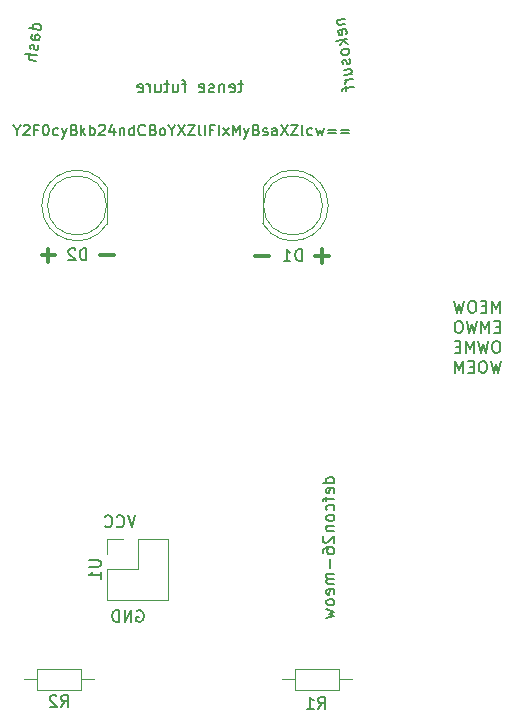
<source format=gbo>
G04 #@! TF.FileFunction,Legend,Bot*
%FSLAX46Y46*%
G04 Gerber Fmt 4.6, Leading zero omitted, Abs format (unit mm)*
G04 Created by KiCad (PCBNEW 4.0.7) date Friday, August 17, 2018 'PMt' 06:17:43 PM*
%MOMM*%
%LPD*%
G01*
G04 APERTURE LIST*
%ADD10C,0.100000*%
%ADD11C,0.200000*%
%ADD12C,0.300000*%
%ADD13C,0.120000*%
%ADD14C,0.150000*%
G04 APERTURE END LIST*
D10*
D11*
X175235952Y-89850381D02*
X175235952Y-88850381D01*
X174902618Y-89564667D01*
X174569285Y-88850381D01*
X174569285Y-89850381D01*
X174093095Y-89326571D02*
X173759761Y-89326571D01*
X173616904Y-89850381D02*
X174093095Y-89850381D01*
X174093095Y-88850381D01*
X173616904Y-88850381D01*
X172997857Y-88850381D02*
X172807380Y-88850381D01*
X172712142Y-88898000D01*
X172616904Y-88993238D01*
X172569285Y-89183714D01*
X172569285Y-89517048D01*
X172616904Y-89707524D01*
X172712142Y-89802762D01*
X172807380Y-89850381D01*
X172997857Y-89850381D01*
X173093095Y-89802762D01*
X173188333Y-89707524D01*
X173235952Y-89517048D01*
X173235952Y-89183714D01*
X173188333Y-88993238D01*
X173093095Y-88898000D01*
X172997857Y-88850381D01*
X172235952Y-88850381D02*
X171997857Y-89850381D01*
X171807380Y-89136095D01*
X171616904Y-89850381D01*
X171378809Y-88850381D01*
X175235952Y-91026571D02*
X174902618Y-91026571D01*
X174759761Y-91550381D02*
X175235952Y-91550381D01*
X175235952Y-90550381D01*
X174759761Y-90550381D01*
X174331190Y-91550381D02*
X174331190Y-90550381D01*
X173997856Y-91264667D01*
X173664523Y-90550381D01*
X173664523Y-91550381D01*
X173283571Y-90550381D02*
X173045476Y-91550381D01*
X172854999Y-90836095D01*
X172664523Y-91550381D01*
X172426428Y-90550381D01*
X171855000Y-90550381D02*
X171664523Y-90550381D01*
X171569285Y-90598000D01*
X171474047Y-90693238D01*
X171426428Y-90883714D01*
X171426428Y-91217048D01*
X171474047Y-91407524D01*
X171569285Y-91502762D01*
X171664523Y-91550381D01*
X171855000Y-91550381D01*
X171950238Y-91502762D01*
X172045476Y-91407524D01*
X172093095Y-91217048D01*
X172093095Y-90883714D01*
X172045476Y-90693238D01*
X171950238Y-90598000D01*
X171855000Y-90550381D01*
X175045476Y-92250381D02*
X174854999Y-92250381D01*
X174759761Y-92298000D01*
X174664523Y-92393238D01*
X174616904Y-92583714D01*
X174616904Y-92917048D01*
X174664523Y-93107524D01*
X174759761Y-93202762D01*
X174854999Y-93250381D01*
X175045476Y-93250381D01*
X175140714Y-93202762D01*
X175235952Y-93107524D01*
X175283571Y-92917048D01*
X175283571Y-92583714D01*
X175235952Y-92393238D01*
X175140714Y-92298000D01*
X175045476Y-92250381D01*
X174283571Y-92250381D02*
X174045476Y-93250381D01*
X173854999Y-92536095D01*
X173664523Y-93250381D01*
X173426428Y-92250381D01*
X173045476Y-93250381D02*
X173045476Y-92250381D01*
X172712142Y-92964667D01*
X172378809Y-92250381D01*
X172378809Y-93250381D01*
X171902619Y-92726571D02*
X171569285Y-92726571D01*
X171426428Y-93250381D02*
X171902619Y-93250381D01*
X171902619Y-92250381D01*
X171426428Y-92250381D01*
X175331190Y-93950381D02*
X175093095Y-94950381D01*
X174902618Y-94236095D01*
X174712142Y-94950381D01*
X174474047Y-93950381D01*
X173902619Y-93950381D02*
X173712142Y-93950381D01*
X173616904Y-93998000D01*
X173521666Y-94093238D01*
X173474047Y-94283714D01*
X173474047Y-94617048D01*
X173521666Y-94807524D01*
X173616904Y-94902762D01*
X173712142Y-94950381D01*
X173902619Y-94950381D01*
X173997857Y-94902762D01*
X174093095Y-94807524D01*
X174140714Y-94617048D01*
X174140714Y-94283714D01*
X174093095Y-94093238D01*
X173997857Y-93998000D01*
X173902619Y-93950381D01*
X173045476Y-94426571D02*
X172712142Y-94426571D01*
X172569285Y-94950381D02*
X173045476Y-94950381D01*
X173045476Y-93950381D01*
X172569285Y-93950381D01*
X172140714Y-94950381D02*
X172140714Y-93950381D01*
X171807380Y-94664667D01*
X171474047Y-93950381D01*
X171474047Y-94950381D01*
X144398833Y-107021381D02*
X144065500Y-108021381D01*
X143732166Y-107021381D01*
X142827404Y-107926143D02*
X142875023Y-107973762D01*
X143017880Y-108021381D01*
X143113118Y-108021381D01*
X143255976Y-107973762D01*
X143351214Y-107878524D01*
X143398833Y-107783286D01*
X143446452Y-107592810D01*
X143446452Y-107449952D01*
X143398833Y-107259476D01*
X143351214Y-107164238D01*
X143255976Y-107069000D01*
X143113118Y-107021381D01*
X143017880Y-107021381D01*
X142875023Y-107069000D01*
X142827404Y-107116619D01*
X141827404Y-107926143D02*
X141875023Y-107973762D01*
X142017880Y-108021381D01*
X142113118Y-108021381D01*
X142255976Y-107973762D01*
X142351214Y-107878524D01*
X142398833Y-107783286D01*
X142446452Y-107592810D01*
X142446452Y-107449952D01*
X142398833Y-107259476D01*
X142351214Y-107164238D01*
X142255976Y-107069000D01*
X142113118Y-107021381D01*
X142017880Y-107021381D01*
X141875023Y-107069000D01*
X141827404Y-107116619D01*
X144525904Y-115070000D02*
X144621142Y-115022381D01*
X144763999Y-115022381D01*
X144906857Y-115070000D01*
X145002095Y-115165238D01*
X145049714Y-115260476D01*
X145097333Y-115450952D01*
X145097333Y-115593810D01*
X145049714Y-115784286D01*
X145002095Y-115879524D01*
X144906857Y-115974762D01*
X144763999Y-116022381D01*
X144668761Y-116022381D01*
X144525904Y-115974762D01*
X144478285Y-115927143D01*
X144478285Y-115593810D01*
X144668761Y-115593810D01*
X144049714Y-116022381D02*
X144049714Y-115022381D01*
X143478285Y-116022381D01*
X143478285Y-115022381D01*
X143002095Y-116022381D02*
X143002095Y-115022381D01*
X142764000Y-115022381D01*
X142621142Y-115070000D01*
X142525904Y-115165238D01*
X142478285Y-115260476D01*
X142430666Y-115450952D01*
X142430666Y-115593810D01*
X142478285Y-115784286D01*
X142525904Y-115879524D01*
X142621142Y-115974762D01*
X142764000Y-116022381D01*
X143002095Y-116022381D01*
D12*
X160781928Y-85070143D02*
X159639071Y-85070143D01*
X160210500Y-85641571D02*
X160210500Y-84498714D01*
X137604428Y-85006643D02*
X136461571Y-85006643D01*
X137033000Y-85578071D02*
X137033000Y-84435214D01*
X155701928Y-85070143D02*
X154559071Y-85070143D01*
X142557428Y-84943143D02*
X141414571Y-84943143D01*
D11*
X134364570Y-74400571D02*
X134364570Y-74829143D01*
X134064570Y-73929143D02*
X134364570Y-74400571D01*
X134664570Y-73929143D01*
X134921714Y-74014857D02*
X134964571Y-73972000D01*
X135050285Y-73929143D01*
X135264571Y-73929143D01*
X135350285Y-73972000D01*
X135393142Y-74014857D01*
X135435999Y-74100571D01*
X135435999Y-74186286D01*
X135393142Y-74314857D01*
X134878856Y-74829143D01*
X135435999Y-74829143D01*
X136121714Y-74357714D02*
X135821714Y-74357714D01*
X135821714Y-74829143D02*
X135821714Y-73929143D01*
X136250285Y-73929143D01*
X136764571Y-73929143D02*
X136850286Y-73929143D01*
X136936000Y-73972000D01*
X136978857Y-74014857D01*
X137021714Y-74100571D01*
X137064571Y-74272000D01*
X137064571Y-74486286D01*
X137021714Y-74657714D01*
X136978857Y-74743429D01*
X136936000Y-74786286D01*
X136850286Y-74829143D01*
X136764571Y-74829143D01*
X136678857Y-74786286D01*
X136636000Y-74743429D01*
X136593143Y-74657714D01*
X136550286Y-74486286D01*
X136550286Y-74272000D01*
X136593143Y-74100571D01*
X136636000Y-74014857D01*
X136678857Y-73972000D01*
X136764571Y-73929143D01*
X137836000Y-74786286D02*
X137750286Y-74829143D01*
X137578857Y-74829143D01*
X137493143Y-74786286D01*
X137450286Y-74743429D01*
X137407429Y-74657714D01*
X137407429Y-74400571D01*
X137450286Y-74314857D01*
X137493143Y-74272000D01*
X137578857Y-74229143D01*
X137750286Y-74229143D01*
X137836000Y-74272000D01*
X138136000Y-74229143D02*
X138350286Y-74829143D01*
X138564572Y-74229143D02*
X138350286Y-74829143D01*
X138264572Y-75043429D01*
X138221715Y-75086286D01*
X138136000Y-75129143D01*
X139207429Y-74357714D02*
X139336000Y-74400571D01*
X139378857Y-74443429D01*
X139421714Y-74529143D01*
X139421714Y-74657714D01*
X139378857Y-74743429D01*
X139336000Y-74786286D01*
X139250286Y-74829143D01*
X138907429Y-74829143D01*
X138907429Y-73929143D01*
X139207429Y-73929143D01*
X139293143Y-73972000D01*
X139336000Y-74014857D01*
X139378857Y-74100571D01*
X139378857Y-74186286D01*
X139336000Y-74272000D01*
X139293143Y-74314857D01*
X139207429Y-74357714D01*
X138907429Y-74357714D01*
X139807429Y-74829143D02*
X139807429Y-73929143D01*
X139893143Y-74486286D02*
X140150286Y-74829143D01*
X140150286Y-74229143D02*
X139807429Y-74572000D01*
X140536000Y-74829143D02*
X140536000Y-73929143D01*
X140536000Y-74272000D02*
X140621714Y-74229143D01*
X140793143Y-74229143D01*
X140878857Y-74272000D01*
X140921714Y-74314857D01*
X140964571Y-74400571D01*
X140964571Y-74657714D01*
X140921714Y-74743429D01*
X140878857Y-74786286D01*
X140793143Y-74829143D01*
X140621714Y-74829143D01*
X140536000Y-74786286D01*
X141307429Y-74014857D02*
X141350286Y-73972000D01*
X141436000Y-73929143D01*
X141650286Y-73929143D01*
X141736000Y-73972000D01*
X141778857Y-74014857D01*
X141821714Y-74100571D01*
X141821714Y-74186286D01*
X141778857Y-74314857D01*
X141264571Y-74829143D01*
X141821714Y-74829143D01*
X142593143Y-74229143D02*
X142593143Y-74829143D01*
X142378857Y-73886286D02*
X142164572Y-74529143D01*
X142721714Y-74529143D01*
X143064572Y-74229143D02*
X143064572Y-74829143D01*
X143064572Y-74314857D02*
X143107429Y-74272000D01*
X143193143Y-74229143D01*
X143321715Y-74229143D01*
X143407429Y-74272000D01*
X143450286Y-74357714D01*
X143450286Y-74829143D01*
X144264572Y-74829143D02*
X144264572Y-73929143D01*
X144264572Y-74786286D02*
X144178858Y-74829143D01*
X144007429Y-74829143D01*
X143921715Y-74786286D01*
X143878858Y-74743429D01*
X143836001Y-74657714D01*
X143836001Y-74400571D01*
X143878858Y-74314857D01*
X143921715Y-74272000D01*
X144007429Y-74229143D01*
X144178858Y-74229143D01*
X144264572Y-74272000D01*
X145207429Y-74743429D02*
X145164572Y-74786286D01*
X145036001Y-74829143D01*
X144950287Y-74829143D01*
X144821715Y-74786286D01*
X144736001Y-74700571D01*
X144693144Y-74614857D01*
X144650287Y-74443429D01*
X144650287Y-74314857D01*
X144693144Y-74143429D01*
X144736001Y-74057714D01*
X144821715Y-73972000D01*
X144950287Y-73929143D01*
X145036001Y-73929143D01*
X145164572Y-73972000D01*
X145207429Y-74014857D01*
X145893144Y-74357714D02*
X146021715Y-74400571D01*
X146064572Y-74443429D01*
X146107429Y-74529143D01*
X146107429Y-74657714D01*
X146064572Y-74743429D01*
X146021715Y-74786286D01*
X145936001Y-74829143D01*
X145593144Y-74829143D01*
X145593144Y-73929143D01*
X145893144Y-73929143D01*
X145978858Y-73972000D01*
X146021715Y-74014857D01*
X146064572Y-74100571D01*
X146064572Y-74186286D01*
X146021715Y-74272000D01*
X145978858Y-74314857D01*
X145893144Y-74357714D01*
X145593144Y-74357714D01*
X146621715Y-74829143D02*
X146536001Y-74786286D01*
X146493144Y-74743429D01*
X146450287Y-74657714D01*
X146450287Y-74400571D01*
X146493144Y-74314857D01*
X146536001Y-74272000D01*
X146621715Y-74229143D01*
X146750287Y-74229143D01*
X146836001Y-74272000D01*
X146878858Y-74314857D01*
X146921715Y-74400571D01*
X146921715Y-74657714D01*
X146878858Y-74743429D01*
X146836001Y-74786286D01*
X146750287Y-74829143D01*
X146621715Y-74829143D01*
X147478858Y-74400571D02*
X147478858Y-74829143D01*
X147178858Y-73929143D02*
X147478858Y-74400571D01*
X147778858Y-73929143D01*
X147993144Y-73929143D02*
X148593144Y-74829143D01*
X148593144Y-73929143D02*
X147993144Y-74829143D01*
X148850287Y-73929143D02*
X149450287Y-73929143D01*
X148850287Y-74829143D01*
X149450287Y-74829143D01*
X149921716Y-74829143D02*
X149836002Y-74786286D01*
X149793145Y-74700571D01*
X149793145Y-73929143D01*
X150264574Y-74829143D02*
X150264574Y-73929143D01*
X150993145Y-74357714D02*
X150693145Y-74357714D01*
X150693145Y-74829143D02*
X150693145Y-73929143D01*
X151121716Y-73929143D01*
X151464574Y-74829143D02*
X151464574Y-73929143D01*
X151807430Y-74829143D02*
X152278859Y-74229143D01*
X151807430Y-74229143D02*
X152278859Y-74829143D01*
X152621716Y-74829143D02*
X152621716Y-73929143D01*
X152921716Y-74572000D01*
X153221716Y-73929143D01*
X153221716Y-74829143D01*
X153564572Y-74229143D02*
X153778858Y-74829143D01*
X153993144Y-74229143D02*
X153778858Y-74829143D01*
X153693144Y-75043429D01*
X153650287Y-75086286D01*
X153564572Y-75129143D01*
X154636001Y-74357714D02*
X154764572Y-74400571D01*
X154807429Y-74443429D01*
X154850286Y-74529143D01*
X154850286Y-74657714D01*
X154807429Y-74743429D01*
X154764572Y-74786286D01*
X154678858Y-74829143D01*
X154336001Y-74829143D01*
X154336001Y-73929143D01*
X154636001Y-73929143D01*
X154721715Y-73972000D01*
X154764572Y-74014857D01*
X154807429Y-74100571D01*
X154807429Y-74186286D01*
X154764572Y-74272000D01*
X154721715Y-74314857D01*
X154636001Y-74357714D01*
X154336001Y-74357714D01*
X155193144Y-74786286D02*
X155278858Y-74829143D01*
X155450286Y-74829143D01*
X155536001Y-74786286D01*
X155578858Y-74700571D01*
X155578858Y-74657714D01*
X155536001Y-74572000D01*
X155450286Y-74529143D01*
X155321715Y-74529143D01*
X155236001Y-74486286D01*
X155193144Y-74400571D01*
X155193144Y-74357714D01*
X155236001Y-74272000D01*
X155321715Y-74229143D01*
X155450286Y-74229143D01*
X155536001Y-74272000D01*
X156350286Y-74829143D02*
X156350286Y-74357714D01*
X156307429Y-74272000D01*
X156221715Y-74229143D01*
X156050286Y-74229143D01*
X155964572Y-74272000D01*
X156350286Y-74786286D02*
X156264572Y-74829143D01*
X156050286Y-74829143D01*
X155964572Y-74786286D01*
X155921715Y-74700571D01*
X155921715Y-74614857D01*
X155964572Y-74529143D01*
X156050286Y-74486286D01*
X156264572Y-74486286D01*
X156350286Y-74443429D01*
X156693143Y-73929143D02*
X157293143Y-74829143D01*
X157293143Y-73929143D02*
X156693143Y-74829143D01*
X157550286Y-73929143D02*
X158150286Y-73929143D01*
X157550286Y-74829143D01*
X158150286Y-74829143D01*
X158621715Y-74829143D02*
X158536001Y-74786286D01*
X158493144Y-74700571D01*
X158493144Y-73929143D01*
X159350287Y-74786286D02*
X159264573Y-74829143D01*
X159093144Y-74829143D01*
X159007430Y-74786286D01*
X158964573Y-74743429D01*
X158921716Y-74657714D01*
X158921716Y-74400571D01*
X158964573Y-74314857D01*
X159007430Y-74272000D01*
X159093144Y-74229143D01*
X159264573Y-74229143D01*
X159350287Y-74272000D01*
X159650287Y-74229143D02*
X159821716Y-74829143D01*
X159993145Y-74400571D01*
X160164573Y-74829143D01*
X160336002Y-74229143D01*
X160678859Y-74357714D02*
X161364573Y-74357714D01*
X161364573Y-74614857D02*
X160678859Y-74614857D01*
X161793145Y-74357714D02*
X162478859Y-74357714D01*
X162478859Y-74614857D02*
X161793145Y-74614857D01*
X153471001Y-70524714D02*
X153090049Y-70524714D01*
X153328144Y-70191381D02*
X153328144Y-71048524D01*
X153280525Y-71143762D01*
X153185287Y-71191381D01*
X153090049Y-71191381D01*
X152375762Y-71143762D02*
X152471000Y-71191381D01*
X152661477Y-71191381D01*
X152756715Y-71143762D01*
X152804334Y-71048524D01*
X152804334Y-70667571D01*
X152756715Y-70572333D01*
X152661477Y-70524714D01*
X152471000Y-70524714D01*
X152375762Y-70572333D01*
X152328143Y-70667571D01*
X152328143Y-70762810D01*
X152804334Y-70858048D01*
X151899572Y-70524714D02*
X151899572Y-71191381D01*
X151899572Y-70619952D02*
X151851953Y-70572333D01*
X151756715Y-70524714D01*
X151613857Y-70524714D01*
X151518619Y-70572333D01*
X151471000Y-70667571D01*
X151471000Y-71191381D01*
X151042429Y-71143762D02*
X150947191Y-71191381D01*
X150756715Y-71191381D01*
X150661476Y-71143762D01*
X150613857Y-71048524D01*
X150613857Y-71000905D01*
X150661476Y-70905667D01*
X150756715Y-70858048D01*
X150899572Y-70858048D01*
X150994810Y-70810429D01*
X151042429Y-70715190D01*
X151042429Y-70667571D01*
X150994810Y-70572333D01*
X150899572Y-70524714D01*
X150756715Y-70524714D01*
X150661476Y-70572333D01*
X149804333Y-71143762D02*
X149899571Y-71191381D01*
X150090048Y-71191381D01*
X150185286Y-71143762D01*
X150232905Y-71048524D01*
X150232905Y-70667571D01*
X150185286Y-70572333D01*
X150090048Y-70524714D01*
X149899571Y-70524714D01*
X149804333Y-70572333D01*
X149756714Y-70667571D01*
X149756714Y-70762810D01*
X150232905Y-70858048D01*
X148709095Y-70524714D02*
X148328143Y-70524714D01*
X148566238Y-71191381D02*
X148566238Y-70334238D01*
X148518619Y-70239000D01*
X148423381Y-70191381D01*
X148328143Y-70191381D01*
X147566237Y-70524714D02*
X147566237Y-71191381D01*
X147994809Y-70524714D02*
X147994809Y-71048524D01*
X147947190Y-71143762D01*
X147851952Y-71191381D01*
X147709094Y-71191381D01*
X147613856Y-71143762D01*
X147566237Y-71096143D01*
X147232904Y-70524714D02*
X146851952Y-70524714D01*
X147090047Y-70191381D02*
X147090047Y-71048524D01*
X147042428Y-71143762D01*
X146947190Y-71191381D01*
X146851952Y-71191381D01*
X146090046Y-70524714D02*
X146090046Y-71191381D01*
X146518618Y-70524714D02*
X146518618Y-71048524D01*
X146470999Y-71143762D01*
X146375761Y-71191381D01*
X146232903Y-71191381D01*
X146137665Y-71143762D01*
X146090046Y-71096143D01*
X145613856Y-71191381D02*
X145613856Y-70524714D01*
X145613856Y-70715190D02*
X145566237Y-70619952D01*
X145518618Y-70572333D01*
X145423380Y-70524714D01*
X145328141Y-70524714D01*
X144613855Y-71143762D02*
X144709093Y-71191381D01*
X144899570Y-71191381D01*
X144994808Y-71143762D01*
X145042427Y-71048524D01*
X145042427Y-70667571D01*
X144994808Y-70572333D01*
X144899570Y-70524714D01*
X144709093Y-70524714D01*
X144613855Y-70572333D01*
X144566236Y-70667571D01*
X144566236Y-70762810D01*
X145042427Y-70858048D01*
X161454184Y-65045846D02*
X162115148Y-64958828D01*
X161548607Y-65033415D02*
X161507611Y-65086842D01*
X161472831Y-65187481D01*
X161491477Y-65329117D01*
X161551120Y-65417324D01*
X161651759Y-65452105D01*
X162171088Y-65383734D01*
X162235756Y-66239760D02*
X162270536Y-66139121D01*
X162245674Y-65950273D01*
X162186031Y-65862066D01*
X162085392Y-65827285D01*
X161707699Y-65877009D01*
X161619491Y-65936652D01*
X161584710Y-66037291D01*
X161609572Y-66226138D01*
X161669215Y-66314346D01*
X161769854Y-66349127D01*
X161864278Y-66336695D01*
X161896546Y-65852147D01*
X162345122Y-66705660D02*
X161353678Y-66836186D01*
X161979861Y-66849808D02*
X162394847Y-67083354D01*
X161733883Y-67170372D02*
X162061853Y-66742953D01*
X162469433Y-67649893D02*
X162409790Y-67561686D01*
X162356363Y-67520690D01*
X162255724Y-67485909D01*
X161972454Y-67523202D01*
X161884246Y-67582845D01*
X161843250Y-67636272D01*
X161808469Y-67736911D01*
X161827116Y-67878547D01*
X161886759Y-67966754D01*
X161940186Y-68007750D01*
X162040825Y-68042531D01*
X162324095Y-68005238D01*
X162412303Y-67945595D01*
X162453299Y-67892168D01*
X162488080Y-67791529D01*
X162469433Y-67649893D01*
X162515454Y-68364284D02*
X162575097Y-68452492D01*
X162599959Y-68641338D01*
X162565179Y-68741978D01*
X162476971Y-68801621D01*
X162429760Y-68807836D01*
X162329121Y-68773056D01*
X162269478Y-68684847D01*
X162250831Y-68543212D01*
X162191189Y-68455004D01*
X162090549Y-68420224D01*
X162043337Y-68426439D01*
X161955130Y-68486082D01*
X161920349Y-68586721D01*
X161938996Y-68728356D01*
X161998638Y-68816564D01*
X162069522Y-69719802D02*
X162730486Y-69632784D01*
X162013582Y-69294896D02*
X162532911Y-69226525D01*
X162633550Y-69261306D01*
X162693192Y-69349513D01*
X162711839Y-69491149D01*
X162677058Y-69591788D01*
X162636062Y-69645215D01*
X162792641Y-70104900D02*
X162131677Y-70191918D01*
X162320524Y-70167056D02*
X162232316Y-70226698D01*
X162191320Y-70280125D01*
X162156539Y-70380764D01*
X162168971Y-70475188D01*
X162193833Y-70664035D02*
X162243557Y-71041728D01*
X162873443Y-70718652D02*
X162023633Y-70830532D01*
X161935425Y-70890174D01*
X161900645Y-70990813D01*
X161913076Y-71085236D01*
X136354468Y-65902179D02*
X135363023Y-65771653D01*
X136307256Y-65895964D02*
X136366899Y-65807756D01*
X136391761Y-65618909D01*
X136356981Y-65518270D01*
X136315985Y-65464843D01*
X136227777Y-65405200D01*
X135944506Y-65367907D01*
X135843868Y-65402688D01*
X135790440Y-65443684D01*
X135730798Y-65531891D01*
X135705936Y-65720739D01*
X135740716Y-65821378D01*
X136236373Y-66799201D02*
X135717044Y-66730830D01*
X135628836Y-66671188D01*
X135594056Y-66570549D01*
X135618918Y-66381701D01*
X135678561Y-66293494D01*
X136189161Y-66792986D02*
X136248804Y-66704778D01*
X136279882Y-66468719D01*
X136245101Y-66368080D01*
X136156893Y-66308437D01*
X136062470Y-66296006D01*
X135961832Y-66330787D01*
X135902189Y-66418995D01*
X135871111Y-66655054D01*
X135811468Y-66743261D01*
X136133222Y-67217890D02*
X136168002Y-67318529D01*
X136143140Y-67507375D01*
X136083497Y-67595584D01*
X135982858Y-67630365D01*
X135935647Y-67624149D01*
X135847439Y-67564506D01*
X135812659Y-67463867D01*
X135831305Y-67322232D01*
X135796525Y-67221593D01*
X135708316Y-67161950D01*
X135661104Y-67155735D01*
X135560466Y-67190515D01*
X135500823Y-67278723D01*
X135482176Y-67420358D01*
X135516957Y-67520998D01*
X136068554Y-68073916D02*
X135077109Y-67943389D01*
X136012614Y-68498821D02*
X135493285Y-68430450D01*
X135405077Y-68370808D01*
X135370297Y-68270169D01*
X135388943Y-68128533D01*
X135448586Y-68040325D01*
X135502013Y-67999329D01*
X161234381Y-104251810D02*
X160234381Y-104251810D01*
X161186762Y-104251810D02*
X161234381Y-104156572D01*
X161234381Y-103966095D01*
X161186762Y-103870857D01*
X161139143Y-103823238D01*
X161043905Y-103775619D01*
X160758190Y-103775619D01*
X160662952Y-103823238D01*
X160615333Y-103870857D01*
X160567714Y-103966095D01*
X160567714Y-104156572D01*
X160615333Y-104251810D01*
X161186762Y-105108953D02*
X161234381Y-105013715D01*
X161234381Y-104823238D01*
X161186762Y-104728000D01*
X161091524Y-104680381D01*
X160710571Y-104680381D01*
X160615333Y-104728000D01*
X160567714Y-104823238D01*
X160567714Y-105013715D01*
X160615333Y-105108953D01*
X160710571Y-105156572D01*
X160805810Y-105156572D01*
X160901048Y-104680381D01*
X160567714Y-105442286D02*
X160567714Y-105823238D01*
X161234381Y-105585143D02*
X160377238Y-105585143D01*
X160282000Y-105632762D01*
X160234381Y-105728000D01*
X160234381Y-105823238D01*
X161186762Y-106585144D02*
X161234381Y-106489906D01*
X161234381Y-106299429D01*
X161186762Y-106204191D01*
X161139143Y-106156572D01*
X161043905Y-106108953D01*
X160758190Y-106108953D01*
X160662952Y-106156572D01*
X160615333Y-106204191D01*
X160567714Y-106299429D01*
X160567714Y-106489906D01*
X160615333Y-106585144D01*
X161234381Y-107156572D02*
X161186762Y-107061334D01*
X161139143Y-107013715D01*
X161043905Y-106966096D01*
X160758190Y-106966096D01*
X160662952Y-107013715D01*
X160615333Y-107061334D01*
X160567714Y-107156572D01*
X160567714Y-107299430D01*
X160615333Y-107394668D01*
X160662952Y-107442287D01*
X160758190Y-107489906D01*
X161043905Y-107489906D01*
X161139143Y-107442287D01*
X161186762Y-107394668D01*
X161234381Y-107299430D01*
X161234381Y-107156572D01*
X160567714Y-107918477D02*
X161234381Y-107918477D01*
X160662952Y-107918477D02*
X160615333Y-107966096D01*
X160567714Y-108061334D01*
X160567714Y-108204192D01*
X160615333Y-108299430D01*
X160710571Y-108347049D01*
X161234381Y-108347049D01*
X160329619Y-108775620D02*
X160282000Y-108823239D01*
X160234381Y-108918477D01*
X160234381Y-109156573D01*
X160282000Y-109251811D01*
X160329619Y-109299430D01*
X160424857Y-109347049D01*
X160520095Y-109347049D01*
X160662952Y-109299430D01*
X161234381Y-108728001D01*
X161234381Y-109347049D01*
X160234381Y-110204192D02*
X160234381Y-110013715D01*
X160282000Y-109918477D01*
X160329619Y-109870858D01*
X160472476Y-109775620D01*
X160662952Y-109728001D01*
X161043905Y-109728001D01*
X161139143Y-109775620D01*
X161186762Y-109823239D01*
X161234381Y-109918477D01*
X161234381Y-110108954D01*
X161186762Y-110204192D01*
X161139143Y-110251811D01*
X161043905Y-110299430D01*
X160805810Y-110299430D01*
X160710571Y-110251811D01*
X160662952Y-110204192D01*
X160615333Y-110108954D01*
X160615333Y-109918477D01*
X160662952Y-109823239D01*
X160710571Y-109775620D01*
X160805810Y-109728001D01*
X160853429Y-110728001D02*
X160853429Y-111489906D01*
X161234381Y-111966096D02*
X160567714Y-111966096D01*
X160662952Y-111966096D02*
X160615333Y-112013715D01*
X160567714Y-112108953D01*
X160567714Y-112251811D01*
X160615333Y-112347049D01*
X160710571Y-112394668D01*
X161234381Y-112394668D01*
X160710571Y-112394668D02*
X160615333Y-112442287D01*
X160567714Y-112537525D01*
X160567714Y-112680382D01*
X160615333Y-112775620D01*
X160710571Y-112823239D01*
X161234381Y-112823239D01*
X161186762Y-113680382D02*
X161234381Y-113585144D01*
X161234381Y-113394667D01*
X161186762Y-113299429D01*
X161091524Y-113251810D01*
X160710571Y-113251810D01*
X160615333Y-113299429D01*
X160567714Y-113394667D01*
X160567714Y-113585144D01*
X160615333Y-113680382D01*
X160710571Y-113728001D01*
X160805810Y-113728001D01*
X160901048Y-113251810D01*
X161234381Y-114299429D02*
X161186762Y-114204191D01*
X161139143Y-114156572D01*
X161043905Y-114108953D01*
X160758190Y-114108953D01*
X160662952Y-114156572D01*
X160615333Y-114204191D01*
X160567714Y-114299429D01*
X160567714Y-114442287D01*
X160615333Y-114537525D01*
X160662952Y-114585144D01*
X160758190Y-114632763D01*
X161043905Y-114632763D01*
X161139143Y-114585144D01*
X161186762Y-114537525D01*
X161234381Y-114442287D01*
X161234381Y-114299429D01*
X160567714Y-114966096D02*
X161234381Y-115156572D01*
X160758190Y-115347049D01*
X161234381Y-115537525D01*
X160567714Y-115728001D01*
D13*
X160724000Y-80771538D02*
G75*
G02X155174000Y-82316830I-2990000J-462D01*
G01*
X160724000Y-80772462D02*
G75*
G03X155174000Y-79227170I-2990000J462D01*
G01*
X160234000Y-80772000D02*
G75*
G03X160234000Y-80772000I-2500000J0D01*
G01*
X155174000Y-82317000D02*
X155174000Y-79227000D01*
X136456000Y-80772462D02*
G75*
G02X142006000Y-79227170I2990000J462D01*
G01*
X136456000Y-80771538D02*
G75*
G03X142006000Y-82316830I2990000J-462D01*
G01*
X141946000Y-80772000D02*
G75*
G03X141946000Y-80772000I-2500000J0D01*
G01*
X142006000Y-79227000D02*
X142006000Y-82317000D01*
X136062000Y-121764000D02*
X136062000Y-120044000D01*
X136062000Y-120044000D02*
X139782000Y-120044000D01*
X139782000Y-120044000D02*
X139782000Y-121764000D01*
X139782000Y-121764000D02*
X136062000Y-121764000D01*
X134992000Y-120904000D02*
X136062000Y-120904000D01*
X140852000Y-120904000D02*
X139782000Y-120904000D01*
X147189500Y-108969500D02*
X147189500Y-114169500D01*
X144589500Y-108969500D02*
X147189500Y-108969500D01*
X141989500Y-114169500D02*
X147189500Y-114169500D01*
X144589500Y-108969500D02*
X144589500Y-111569500D01*
X144589500Y-111569500D02*
X141989500Y-111569500D01*
X141989500Y-111569500D02*
X141989500Y-114169500D01*
X143319500Y-108969500D02*
X141989500Y-108969500D01*
X141989500Y-108969500D02*
X141989500Y-110299500D01*
X161626000Y-120044000D02*
X161626000Y-121764000D01*
X161626000Y-121764000D02*
X157906000Y-121764000D01*
X157906000Y-121764000D02*
X157906000Y-120044000D01*
X157906000Y-120044000D02*
X161626000Y-120044000D01*
X162696000Y-120904000D02*
X161626000Y-120904000D01*
X156836000Y-120904000D02*
X157906000Y-120904000D01*
D14*
X158472095Y-85478881D02*
X158472095Y-84478881D01*
X158234000Y-84478881D01*
X158091142Y-84526500D01*
X157995904Y-84621738D01*
X157948285Y-84716976D01*
X157900666Y-84907452D01*
X157900666Y-85050310D01*
X157948285Y-85240786D01*
X157995904Y-85336024D01*
X158091142Y-85431262D01*
X158234000Y-85478881D01*
X158472095Y-85478881D01*
X156948285Y-85478881D02*
X157519714Y-85478881D01*
X157234000Y-85478881D02*
X157234000Y-84478881D01*
X157329238Y-84621738D01*
X157424476Y-84716976D01*
X157519714Y-84764595D01*
X140247595Y-85415381D02*
X140247595Y-84415381D01*
X140009500Y-84415381D01*
X139866642Y-84463000D01*
X139771404Y-84558238D01*
X139723785Y-84653476D01*
X139676166Y-84843952D01*
X139676166Y-84986810D01*
X139723785Y-85177286D01*
X139771404Y-85272524D01*
X139866642Y-85367762D01*
X140009500Y-85415381D01*
X140247595Y-85415381D01*
X139295214Y-84510619D02*
X139247595Y-84463000D01*
X139152357Y-84415381D01*
X138914261Y-84415381D01*
X138819023Y-84463000D01*
X138771404Y-84510619D01*
X138723785Y-84605857D01*
X138723785Y-84701095D01*
X138771404Y-84843952D01*
X139342833Y-85415381D01*
X138723785Y-85415381D01*
X138088666Y-123216381D02*
X138422000Y-122740190D01*
X138660095Y-123216381D02*
X138660095Y-122216381D01*
X138279142Y-122216381D01*
X138183904Y-122264000D01*
X138136285Y-122311619D01*
X138088666Y-122406857D01*
X138088666Y-122549714D01*
X138136285Y-122644952D01*
X138183904Y-122692571D01*
X138279142Y-122740190D01*
X138660095Y-122740190D01*
X137707714Y-122311619D02*
X137660095Y-122264000D01*
X137564857Y-122216381D01*
X137326761Y-122216381D01*
X137231523Y-122264000D01*
X137183904Y-122311619D01*
X137136285Y-122406857D01*
X137136285Y-122502095D01*
X137183904Y-122644952D01*
X137755333Y-123216381D01*
X137136285Y-123216381D01*
X140441881Y-110807595D02*
X141251405Y-110807595D01*
X141346643Y-110855214D01*
X141394262Y-110902833D01*
X141441881Y-110998071D01*
X141441881Y-111188548D01*
X141394262Y-111283786D01*
X141346643Y-111331405D01*
X141251405Y-111379024D01*
X140441881Y-111379024D01*
X141441881Y-112379024D02*
X141441881Y-111807595D01*
X141441881Y-112093309D02*
X140441881Y-112093309D01*
X140584738Y-111998071D01*
X140679976Y-111902833D01*
X140727595Y-111807595D01*
X159869166Y-123388381D02*
X160202500Y-122912190D01*
X160440595Y-123388381D02*
X160440595Y-122388381D01*
X160059642Y-122388381D01*
X159964404Y-122436000D01*
X159916785Y-122483619D01*
X159869166Y-122578857D01*
X159869166Y-122721714D01*
X159916785Y-122816952D01*
X159964404Y-122864571D01*
X160059642Y-122912190D01*
X160440595Y-122912190D01*
X158916785Y-123388381D02*
X159488214Y-123388381D01*
X159202500Y-123388381D02*
X159202500Y-122388381D01*
X159297738Y-122531238D01*
X159392976Y-122626476D01*
X159488214Y-122674095D01*
M02*

</source>
